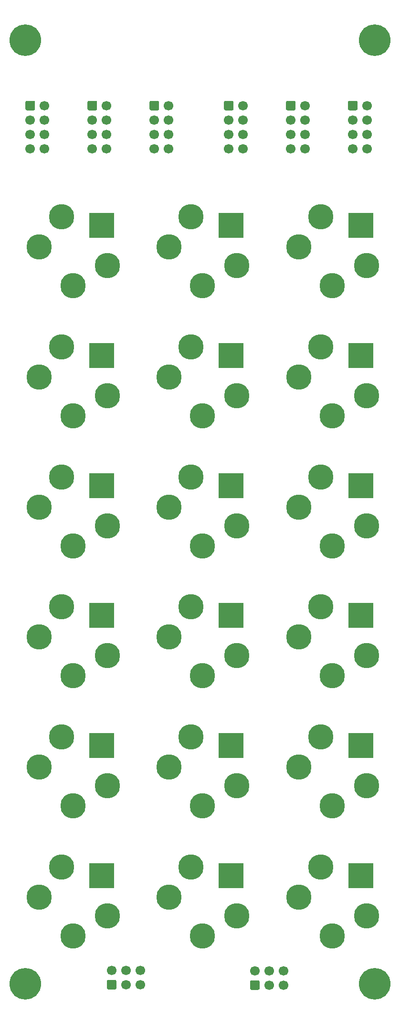
<source format=gbr>
%TF.GenerationSoftware,KiCad,Pcbnew,(5.1.7)-1*%
%TF.CreationDate,2023-03-06T21:23:01+00:00*%
%TF.ProjectId,KOSMO-POLY6-JACKS,4b4f534d-4f2d-4504-9f4c-59362d4a4143,v0.1.1*%
%TF.SameCoordinates,Original*%
%TF.FileFunction,Soldermask,Top*%
%TF.FilePolarity,Negative*%
%FSLAX46Y46*%
G04 Gerber Fmt 4.6, Leading zero omitted, Abs format (unit mm)*
G04 Created by KiCad (PCBNEW (5.1.7)-1) date 2023-03-06 21:23:01*
%MOMM*%
%LPD*%
G01*
G04 APERTURE LIST*
%ADD10C,5.600000*%
%ADD11C,1.700000*%
%ADD12R,4.500000X4.500000*%
%ADD13C,4.500000*%
G04 APERTURE END LIST*
D10*
%TO.C,H2*%
X57657000Y-19837000D03*
%TD*%
D11*
%TO.C,PowerOUT1*%
X103448000Y-184517000D03*
X100908000Y-184517000D03*
X98368000Y-184517000D03*
X103448000Y-187057000D03*
X100908000Y-187057000D03*
G36*
G01*
X98968000Y-187907000D02*
X97768000Y-187907000D01*
G75*
G02*
X97518000Y-187657000I0J250000D01*
G01*
X97518000Y-186457000D01*
G75*
G02*
X97768000Y-186207000I250000J0D01*
G01*
X98968000Y-186207000D01*
G75*
G02*
X99218000Y-186457000I0J-250000D01*
G01*
X99218000Y-187657000D01*
G75*
G02*
X98968000Y-187907000I-250000J0D01*
G01*
G37*
%TD*%
%TO.C,PowerIN1*%
X78053000Y-184448000D03*
X75513000Y-184448000D03*
X72973000Y-184448000D03*
X78053000Y-186988000D03*
X75513000Y-186988000D03*
G36*
G01*
X73573000Y-187838000D02*
X72373000Y-187838000D01*
G75*
G02*
X72123000Y-187588000I0J250000D01*
G01*
X72123000Y-186388000D01*
G75*
G02*
X72373000Y-186138000I250000J0D01*
G01*
X73573000Y-186138000D01*
G75*
G02*
X73823000Y-186388000I0J-250000D01*
G01*
X73823000Y-187588000D01*
G75*
G02*
X73573000Y-187838000I-250000J0D01*
G01*
G37*
%TD*%
D10*
%TO.C,H4*%
X119655000Y-186829000D03*
%TD*%
%TO.C,H3*%
X57669000Y-186831000D03*
%TD*%
%TO.C,H1*%
X119657000Y-19835000D03*
%TD*%
D11*
%TO.C,RAMP_OUT1*%
X72078000Y-39055000D03*
X72078000Y-36515000D03*
X72078000Y-33975000D03*
X72078000Y-31435000D03*
X69538000Y-39055000D03*
X69538000Y-36515000D03*
X69538000Y-33975000D03*
G36*
G01*
X68688000Y-32035000D02*
X68688000Y-30835000D01*
G75*
G02*
X68938000Y-30585000I250000J0D01*
G01*
X70138000Y-30585000D01*
G75*
G02*
X70388000Y-30835000I0J-250000D01*
G01*
X70388000Y-32035000D01*
G75*
G02*
X70138000Y-32285000I-250000J0D01*
G01*
X68938000Y-32285000D01*
G75*
G02*
X68688000Y-32035000I0J250000D01*
G01*
G37*
%TD*%
%TO.C,RAMP_IN1*%
X107283000Y-39055000D03*
X107283000Y-36515000D03*
X107283000Y-33975000D03*
X107283000Y-31435000D03*
X104743000Y-39055000D03*
X104743000Y-36515000D03*
X104743000Y-33975000D03*
G36*
G01*
X103893000Y-32035000D02*
X103893000Y-30835000D01*
G75*
G02*
X104143000Y-30585000I250000J0D01*
G01*
X105343000Y-30585000D01*
G75*
G02*
X105593000Y-30835000I0J-250000D01*
G01*
X105593000Y-32035000D01*
G75*
G02*
X105343000Y-32285000I-250000J0D01*
G01*
X104143000Y-32285000D01*
G75*
G02*
X103893000Y-32035000I0J250000D01*
G01*
G37*
%TD*%
%TO.C,PULSE_OUT1*%
X83078000Y-39055000D03*
X83078000Y-36515000D03*
X83078000Y-33975000D03*
X83078000Y-31435000D03*
X80538000Y-39055000D03*
X80538000Y-36515000D03*
X80538000Y-33975000D03*
G36*
G01*
X79688000Y-32035000D02*
X79688000Y-30835000D01*
G75*
G02*
X79938000Y-30585000I250000J0D01*
G01*
X81138000Y-30585000D01*
G75*
G02*
X81388000Y-30835000I0J-250000D01*
G01*
X81388000Y-32035000D01*
G75*
G02*
X81138000Y-32285000I-250000J0D01*
G01*
X79938000Y-32285000D01*
G75*
G02*
X79688000Y-32035000I0J250000D01*
G01*
G37*
%TD*%
%TO.C,PULSE_IN1*%
X118283000Y-39055000D03*
X118283000Y-36515000D03*
X118283000Y-33975000D03*
X118283000Y-31435000D03*
X115743000Y-39055000D03*
X115743000Y-36515000D03*
X115743000Y-33975000D03*
G36*
G01*
X114893000Y-32035000D02*
X114893000Y-30835000D01*
G75*
G02*
X115143000Y-30585000I250000J0D01*
G01*
X116343000Y-30585000D01*
G75*
G02*
X116593000Y-30835000I0J-250000D01*
G01*
X116593000Y-32035000D01*
G75*
G02*
X116343000Y-32285000I-250000J0D01*
G01*
X115143000Y-32285000D01*
G75*
G02*
X114893000Y-32035000I0J250000D01*
G01*
G37*
%TD*%
D12*
%TO.C,J18*%
X71181000Y-167666000D03*
D13*
X66101000Y-178334000D03*
X60132000Y-171476000D03*
X72197000Y-174778000D03*
X64069000Y-166142000D03*
%TD*%
D12*
%TO.C,J17*%
X117181000Y-167666000D03*
D13*
X112101000Y-178334000D03*
X106132000Y-171476000D03*
X118197000Y-174778000D03*
X110069000Y-166142000D03*
%TD*%
D12*
%TO.C,J16*%
X94181000Y-167666000D03*
D13*
X89101000Y-178334000D03*
X83132000Y-171476000D03*
X95197000Y-174778000D03*
X87069000Y-166142000D03*
%TD*%
D12*
%TO.C,J15*%
X71181000Y-144666000D03*
D13*
X66101000Y-155334000D03*
X60132000Y-148476000D03*
X72197000Y-151778000D03*
X64069000Y-143142000D03*
%TD*%
D12*
%TO.C,J14*%
X117181000Y-144666000D03*
D13*
X112101000Y-155334000D03*
X106132000Y-148476000D03*
X118197000Y-151778000D03*
X110069000Y-143142000D03*
%TD*%
D12*
%TO.C,J13*%
X94181000Y-144666000D03*
D13*
X89101000Y-155334000D03*
X83132000Y-148476000D03*
X95197000Y-151778000D03*
X87069000Y-143142000D03*
%TD*%
D12*
%TO.C,J12*%
X71181000Y-121666000D03*
D13*
X66101000Y-132334000D03*
X60132000Y-125476000D03*
X72197000Y-128778000D03*
X64069000Y-120142000D03*
%TD*%
D12*
%TO.C,J11*%
X117181000Y-121666000D03*
D13*
X112101000Y-132334000D03*
X106132000Y-125476000D03*
X118197000Y-128778000D03*
X110069000Y-120142000D03*
%TD*%
D12*
%TO.C,J10*%
X94181000Y-121666000D03*
D13*
X89101000Y-132334000D03*
X83132000Y-125476000D03*
X95197000Y-128778000D03*
X87069000Y-120142000D03*
%TD*%
D12*
%TO.C,J9*%
X71181000Y-98666000D03*
D13*
X66101000Y-109334000D03*
X60132000Y-102476000D03*
X72197000Y-105778000D03*
X64069000Y-97142000D03*
%TD*%
D12*
%TO.C,J8*%
X117181000Y-98666000D03*
D13*
X112101000Y-109334000D03*
X106132000Y-102476000D03*
X118197000Y-105778000D03*
X110069000Y-97142000D03*
%TD*%
D12*
%TO.C,J7*%
X94181000Y-98666000D03*
D13*
X89101000Y-109334000D03*
X83132000Y-102476000D03*
X95197000Y-105778000D03*
X87069000Y-97142000D03*
%TD*%
D12*
%TO.C,J6*%
X71181000Y-75666000D03*
D13*
X66101000Y-86334000D03*
X60132000Y-79476000D03*
X72197000Y-82778000D03*
X64069000Y-74142000D03*
%TD*%
D12*
%TO.C,J5*%
X117181000Y-75666000D03*
D13*
X112101000Y-86334000D03*
X106132000Y-79476000D03*
X118197000Y-82778000D03*
X110069000Y-74142000D03*
%TD*%
D12*
%TO.C,J4*%
X94181000Y-75666000D03*
D13*
X89101000Y-86334000D03*
X83132000Y-79476000D03*
X95197000Y-82778000D03*
X87069000Y-74142000D03*
%TD*%
D12*
%TO.C,J3*%
X71181000Y-52666000D03*
D13*
X66101000Y-63334000D03*
X60132000Y-56476000D03*
X72197000Y-59778000D03*
X64069000Y-51142000D03*
%TD*%
D12*
%TO.C,J2*%
X117181000Y-52666000D03*
D13*
X112101000Y-63334000D03*
X106132000Y-56476000D03*
X118197000Y-59778000D03*
X110069000Y-51142000D03*
%TD*%
D12*
%TO.C,J1*%
X94181000Y-52666000D03*
D13*
X89101000Y-63334000D03*
X83132000Y-56476000D03*
X95197000Y-59778000D03*
X87069000Y-51142000D03*
%TD*%
D11*
%TO.C,GATE_OUT1*%
X61078000Y-39055000D03*
X61078000Y-36515000D03*
X61078000Y-33975000D03*
X61078000Y-31435000D03*
X58538000Y-39055000D03*
X58538000Y-36515000D03*
X58538000Y-33975000D03*
G36*
G01*
X57688000Y-32035000D02*
X57688000Y-30835000D01*
G75*
G02*
X57938000Y-30585000I250000J0D01*
G01*
X59138000Y-30585000D01*
G75*
G02*
X59388000Y-30835000I0J-250000D01*
G01*
X59388000Y-32035000D01*
G75*
G02*
X59138000Y-32285000I-250000J0D01*
G01*
X57938000Y-32285000D01*
G75*
G02*
X57688000Y-32035000I0J250000D01*
G01*
G37*
%TD*%
%TO.C,GATE_IN1*%
X96283000Y-39055000D03*
X96283000Y-36515000D03*
X96283000Y-33975000D03*
X96283000Y-31435000D03*
X93743000Y-39055000D03*
X93743000Y-36515000D03*
X93743000Y-33975000D03*
G36*
G01*
X92893000Y-32035000D02*
X92893000Y-30835000D01*
G75*
G02*
X93143000Y-30585000I250000J0D01*
G01*
X94343000Y-30585000D01*
G75*
G02*
X94593000Y-30835000I0J-250000D01*
G01*
X94593000Y-32035000D01*
G75*
G02*
X94343000Y-32285000I-250000J0D01*
G01*
X93143000Y-32285000D01*
G75*
G02*
X92893000Y-32035000I0J250000D01*
G01*
G37*
%TD*%
M02*

</source>
